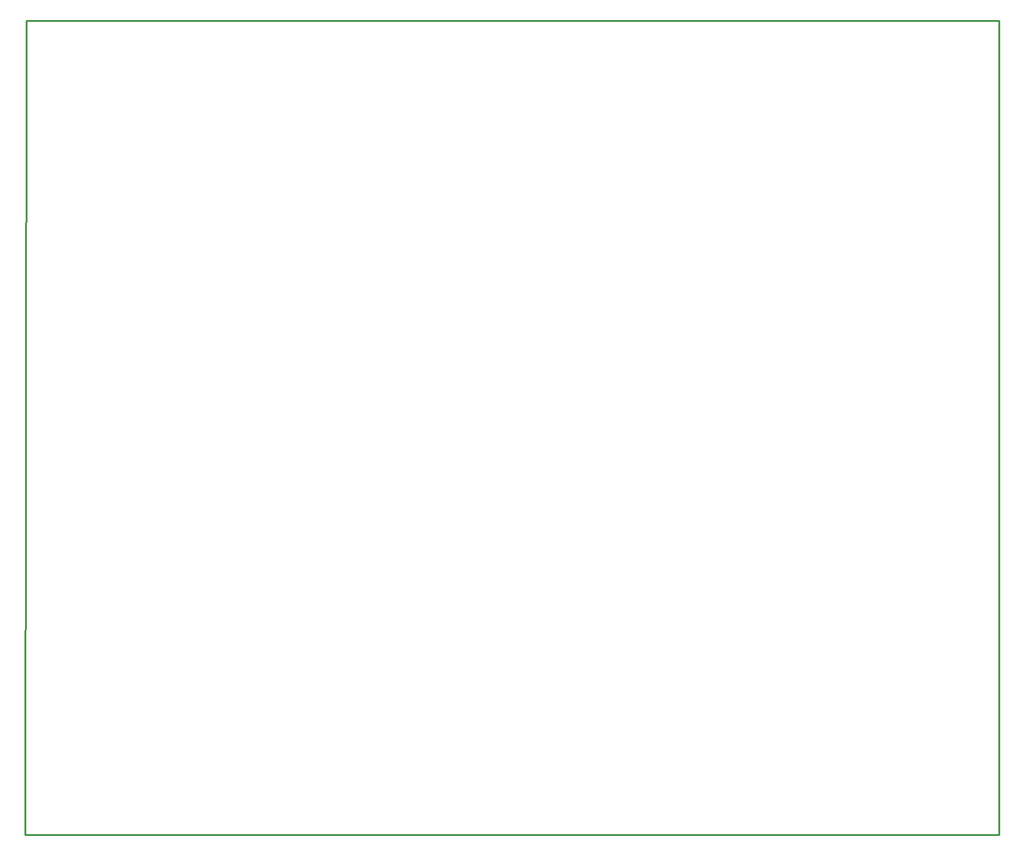
<source format=gm1>
G04*
G04 #@! TF.GenerationSoftware,Altium Limited,Altium Designer,22.6.1 (34)*
G04*
G04 Layer_Color=16711935*
%FSLAX44Y44*%
%MOMM*%
G71*
G04*
G04 #@! TF.SameCoordinates,55340204-0453-48C6-9AD9-4A0BB80BD5D4*
G04*
G04*
G04 #@! TF.FilePolarity,Positive*
G04*
G01*
G75*
%ADD31C,0.2540*%
D31*
X-673232Y-570230D02*
X-671857Y530860D01*
X-673232Y-570230D02*
X643890D01*
X-671857Y530860D02*
X643890D01*
X643890Y-570230D01*
M02*

</source>
